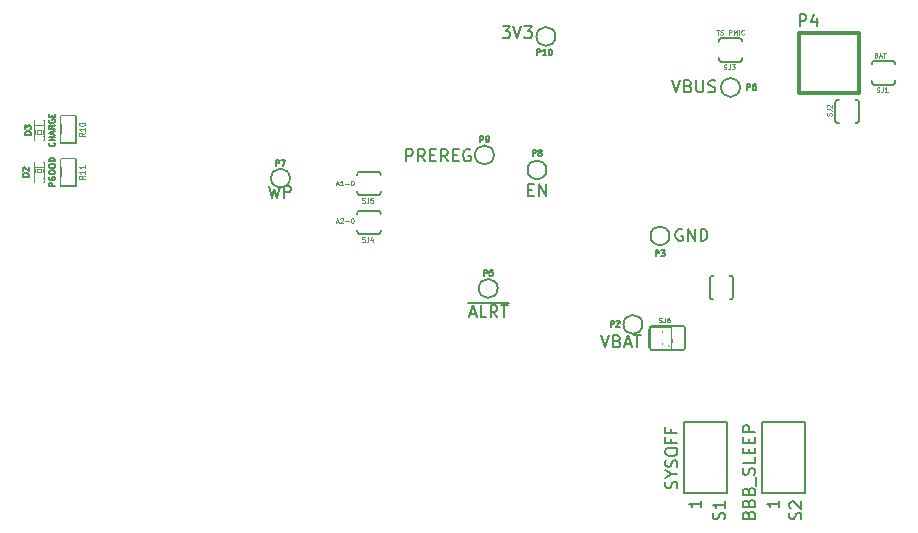
<source format=gto>
G04 (created by PCBNEW (2013-05-31 BZR 4019)-stable) date 1/30/2014 2:02:55 PM*
%MOIN*%
G04 Gerber Fmt 3.4, Leading zero omitted, Abs format*
%FSLAX34Y34*%
G01*
G70*
G90*
G04 APERTURE LIST*
%ADD10C,0.00590551*%
%ADD11C,0.008*%
%ADD12C,0.005*%
%ADD13C,0.012*%
%ADD14C,0.0026*%
%ADD15C,0.006*%
%ADD16C,0.004*%
%ADD17C,0.0035*%
%ADD18C,0.0045*%
%ADD19C,0.000175*%
%ADD20C,0.0025*%
%ADD21C,0.18*%
%ADD22R,0.065X0.065*%
%ADD23C,0.0512*%
%ADD24R,0.025X0.05*%
%ADD25R,0.05X0.025*%
%ADD26R,0.045X0.025*%
%ADD27C,0.045*%
%ADD28R,0.06X0.06*%
%ADD29C,0.06*%
%ADD30R,0.0393701X0.0354331*%
%ADD31C,0.0354*%
%ADD32R,0.0314X0.0314*%
G04 APERTURE END LIST*
G54D10*
G54D11*
X84136Y-51757D02*
X84764Y-51757D01*
X84764Y-52543D02*
X84136Y-52543D01*
X84057Y-52425D02*
G75*
G03X84135Y-52542I97J-19D01*
G74*
G01*
X84764Y-52543D02*
G75*
G03X84843Y-52425I-19J98D01*
G74*
G01*
X84842Y-51874D02*
G75*
G03X84764Y-51757I-97J19D01*
G74*
G01*
X84135Y-51756D02*
G75*
G03X84056Y-51874I19J-98D01*
G74*
G01*
X101286Y-46767D02*
X101914Y-46767D01*
X101914Y-47553D02*
X101286Y-47553D01*
X101207Y-47435D02*
G75*
G03X101285Y-47552I97J-19D01*
G74*
G01*
X101914Y-47553D02*
G75*
G03X101993Y-47435I-19J98D01*
G74*
G01*
X101992Y-46884D02*
G75*
G03X101914Y-46767I-97J19D01*
G74*
G01*
X101285Y-46766D02*
G75*
G03X101206Y-46884I19J-98D01*
G74*
G01*
X100783Y-48136D02*
X100783Y-48764D01*
X99997Y-48764D02*
X99997Y-48136D01*
X100114Y-48057D02*
G75*
G03X99997Y-48135I-19J-97D01*
G74*
G01*
X99996Y-48764D02*
G75*
G03X100114Y-48843I98J19D01*
G74*
G01*
X100665Y-48842D02*
G75*
G03X100782Y-48764I19J97D01*
G74*
G01*
X100783Y-48135D02*
G75*
G03X100665Y-48056I-98J-19D01*
G74*
G01*
X96186Y-46007D02*
X96814Y-46007D01*
X96814Y-46793D02*
X96186Y-46793D01*
X96107Y-46675D02*
G75*
G03X96185Y-46792I97J-19D01*
G74*
G01*
X96814Y-46793D02*
G75*
G03X96893Y-46675I-19J98D01*
G74*
G01*
X96892Y-46124D02*
G75*
G03X96814Y-46007I-97J19D01*
G74*
G01*
X96185Y-46006D02*
G75*
G03X96106Y-46124I19J-98D01*
G74*
G01*
G54D12*
X74175Y-49500D02*
X74175Y-48600D01*
X74175Y-48600D02*
X74675Y-48600D01*
X74675Y-48600D02*
X74675Y-49500D01*
X74675Y-49500D02*
X74175Y-49500D01*
X74675Y-50025D02*
X74675Y-50925D01*
X74675Y-50925D02*
X74175Y-50925D01*
X74175Y-50925D02*
X74175Y-50025D01*
X74175Y-50025D02*
X74675Y-50025D01*
X81816Y-50675D02*
G75*
G03X81816Y-50675I-316J0D01*
G74*
G01*
X96816Y-47650D02*
G75*
G03X96816Y-47650I-316J0D01*
G74*
G01*
X90666Y-45950D02*
G75*
G03X90666Y-45950I-316J0D01*
G74*
G01*
X90366Y-50400D02*
G75*
G03X90366Y-50400I-316J0D01*
G74*
G01*
X88616Y-49900D02*
G75*
G03X88616Y-49900I-316J0D01*
G74*
G01*
X88741Y-54350D02*
G75*
G03X88741Y-54350I-316J0D01*
G74*
G01*
X94466Y-52600D02*
G75*
G03X94466Y-52600I-316J0D01*
G74*
G01*
X93566Y-55550D02*
G75*
G03X93566Y-55550I-316J0D01*
G74*
G01*
G54D13*
X98800Y-47850D02*
X98800Y-45850D01*
X98800Y-45850D02*
X100800Y-45850D01*
X100800Y-45850D02*
X100800Y-47850D01*
X100800Y-47850D02*
X98800Y-47850D01*
G54D10*
X97562Y-61181D02*
X98979Y-61181D01*
X98979Y-61181D02*
X98979Y-58818D01*
X98979Y-58818D02*
X97562Y-58818D01*
X97562Y-58818D02*
X97562Y-61181D01*
X94962Y-61181D02*
X96379Y-61181D01*
X96379Y-61181D02*
X96379Y-58818D01*
X96379Y-58818D02*
X94962Y-58818D01*
X94962Y-58818D02*
X94962Y-61181D01*
G54D11*
X84136Y-50457D02*
X84764Y-50457D01*
X84764Y-51243D02*
X84136Y-51243D01*
X84057Y-51125D02*
G75*
G03X84135Y-51242I97J-19D01*
G74*
G01*
X84764Y-51243D02*
G75*
G03X84843Y-51125I-19J98D01*
G74*
G01*
X84842Y-50574D02*
G75*
G03X84764Y-50457I-97J19D01*
G74*
G01*
X84135Y-50456D02*
G75*
G03X84056Y-50574I19J-98D01*
G74*
G01*
G54D14*
X93830Y-56400D02*
X94510Y-56400D01*
X94510Y-56400D02*
X94510Y-55630D01*
X93830Y-55630D02*
X94510Y-55630D01*
X93830Y-56400D02*
X93830Y-55630D01*
G54D15*
X94900Y-56400D02*
X93900Y-56400D01*
X95000Y-56300D02*
X95000Y-55700D01*
X93800Y-56300D02*
X93800Y-55700D01*
X93900Y-55600D02*
X94900Y-55600D01*
G54D12*
X94475Y-55800D02*
X94000Y-55800D01*
X94000Y-55800D02*
X94000Y-56200D01*
X94000Y-56200D02*
X94475Y-56200D01*
X94475Y-56200D02*
X94475Y-55800D01*
G54D15*
X95000Y-55700D02*
G75*
G03X94900Y-55600I-100J0D01*
G74*
G01*
X93900Y-55600D02*
G75*
G03X93800Y-55700I0J-100D01*
G74*
G01*
X93800Y-56300D02*
G75*
G03X93900Y-56400I100J0D01*
G74*
G01*
X94900Y-56400D02*
G75*
G03X95000Y-56300I0J100D01*
G74*
G01*
G54D14*
X73273Y-50298D02*
X73627Y-50298D01*
X73627Y-50298D02*
X73627Y-50141D01*
X73273Y-50141D02*
X73627Y-50141D01*
X73273Y-50298D02*
X73273Y-50141D01*
X73273Y-50809D02*
X73627Y-50809D01*
X73627Y-50809D02*
X73627Y-50652D01*
X73273Y-50652D02*
X73627Y-50652D01*
X73273Y-50809D02*
X73273Y-50652D01*
X73273Y-50475D02*
X73332Y-50475D01*
X73332Y-50475D02*
X73332Y-50357D01*
X73273Y-50357D02*
X73332Y-50357D01*
X73273Y-50475D02*
X73273Y-50357D01*
X73568Y-50475D02*
X73627Y-50475D01*
X73627Y-50475D02*
X73627Y-50357D01*
X73568Y-50357D02*
X73627Y-50357D01*
X73568Y-50475D02*
X73568Y-50357D01*
X73391Y-50475D02*
X73509Y-50475D01*
X73509Y-50475D02*
X73509Y-50357D01*
X73391Y-50357D02*
X73509Y-50357D01*
X73391Y-50475D02*
X73391Y-50357D01*
G54D16*
X73293Y-50298D02*
X73293Y-50652D01*
X73607Y-50298D02*
X73607Y-50652D01*
G54D14*
X73627Y-49252D02*
X73273Y-49252D01*
X73273Y-49252D02*
X73273Y-49409D01*
X73627Y-49409D02*
X73273Y-49409D01*
X73627Y-49252D02*
X73627Y-49409D01*
X73627Y-48741D02*
X73273Y-48741D01*
X73273Y-48741D02*
X73273Y-48898D01*
X73627Y-48898D02*
X73273Y-48898D01*
X73627Y-48741D02*
X73627Y-48898D01*
X73627Y-49075D02*
X73568Y-49075D01*
X73568Y-49075D02*
X73568Y-49193D01*
X73627Y-49193D02*
X73568Y-49193D01*
X73627Y-49075D02*
X73627Y-49193D01*
X73332Y-49075D02*
X73273Y-49075D01*
X73273Y-49075D02*
X73273Y-49193D01*
X73332Y-49193D02*
X73273Y-49193D01*
X73332Y-49075D02*
X73332Y-49193D01*
X73509Y-49075D02*
X73391Y-49075D01*
X73391Y-49075D02*
X73391Y-49193D01*
X73509Y-49193D02*
X73391Y-49193D01*
X73509Y-49075D02*
X73509Y-49193D01*
G54D16*
X73607Y-49252D02*
X73607Y-48898D01*
X73293Y-49252D02*
X73293Y-48898D01*
G54D11*
X96593Y-54011D02*
X96593Y-54639D01*
X95807Y-54639D02*
X95807Y-54011D01*
X95924Y-53932D02*
G75*
G03X95807Y-54010I-19J-97D01*
G74*
G01*
X95806Y-54639D02*
G75*
G03X95924Y-54718I98J19D01*
G74*
G01*
X96475Y-54717D02*
G75*
G03X96592Y-54639I19J97D01*
G74*
G01*
X96593Y-54010D02*
G75*
G03X96475Y-53931I-98J-19D01*
G74*
G01*
G54D17*
X84225Y-52787D02*
X84248Y-52794D01*
X84286Y-52794D01*
X84301Y-52787D01*
X84308Y-52779D01*
X84316Y-52764D01*
X84316Y-52749D01*
X84308Y-52733D01*
X84301Y-52726D01*
X84286Y-52718D01*
X84255Y-52710D01*
X84240Y-52703D01*
X84232Y-52695D01*
X84225Y-52680D01*
X84225Y-52665D01*
X84232Y-52650D01*
X84240Y-52642D01*
X84255Y-52634D01*
X84293Y-52634D01*
X84316Y-52642D01*
X84430Y-52634D02*
X84430Y-52749D01*
X84423Y-52771D01*
X84408Y-52787D01*
X84385Y-52794D01*
X84369Y-52794D01*
X84575Y-52688D02*
X84575Y-52794D01*
X84537Y-52627D02*
X84499Y-52741D01*
X84598Y-52741D01*
X83360Y-52119D02*
X83436Y-52119D01*
X83345Y-52164D02*
X83398Y-52004D01*
X83451Y-52164D01*
X83497Y-52020D02*
X83505Y-52012D01*
X83520Y-52004D01*
X83558Y-52004D01*
X83573Y-52012D01*
X83581Y-52020D01*
X83589Y-52035D01*
X83589Y-52050D01*
X83581Y-52073D01*
X83490Y-52164D01*
X83589Y-52164D01*
X83657Y-52103D02*
X83779Y-52103D01*
X83886Y-52004D02*
X83901Y-52004D01*
X83916Y-52012D01*
X83924Y-52020D01*
X83931Y-52035D01*
X83939Y-52065D01*
X83939Y-52103D01*
X83931Y-52134D01*
X83924Y-52149D01*
X83916Y-52157D01*
X83901Y-52164D01*
X83886Y-52164D01*
X83870Y-52157D01*
X83863Y-52149D01*
X83855Y-52134D01*
X83848Y-52103D01*
X83848Y-52065D01*
X83855Y-52035D01*
X83863Y-52020D01*
X83870Y-52012D01*
X83886Y-52004D01*
X101375Y-47797D02*
X101398Y-47804D01*
X101436Y-47804D01*
X101451Y-47797D01*
X101458Y-47789D01*
X101466Y-47774D01*
X101466Y-47759D01*
X101458Y-47743D01*
X101451Y-47736D01*
X101436Y-47728D01*
X101405Y-47720D01*
X101390Y-47713D01*
X101382Y-47705D01*
X101375Y-47690D01*
X101375Y-47675D01*
X101382Y-47660D01*
X101390Y-47652D01*
X101405Y-47644D01*
X101443Y-47644D01*
X101466Y-47652D01*
X101580Y-47644D02*
X101580Y-47759D01*
X101573Y-47781D01*
X101558Y-47797D01*
X101535Y-47804D01*
X101519Y-47804D01*
X101740Y-47804D02*
X101649Y-47804D01*
X101695Y-47804D02*
X101695Y-47644D01*
X101679Y-47667D01*
X101664Y-47682D01*
X101649Y-47690D01*
X101359Y-46570D02*
X101382Y-46578D01*
X101390Y-46586D01*
X101398Y-46601D01*
X101398Y-46624D01*
X101390Y-46639D01*
X101382Y-46647D01*
X101367Y-46654D01*
X101306Y-46654D01*
X101306Y-46494D01*
X101359Y-46494D01*
X101375Y-46502D01*
X101382Y-46510D01*
X101390Y-46525D01*
X101390Y-46540D01*
X101382Y-46555D01*
X101375Y-46563D01*
X101359Y-46570D01*
X101306Y-46570D01*
X101458Y-46609D02*
X101535Y-46609D01*
X101443Y-46654D02*
X101497Y-46494D01*
X101550Y-46654D01*
X101580Y-46494D02*
X101672Y-46494D01*
X101626Y-46654D02*
X101626Y-46494D01*
X99867Y-48590D02*
X99874Y-48568D01*
X99874Y-48529D01*
X99867Y-48514D01*
X99859Y-48507D01*
X99844Y-48499D01*
X99829Y-48499D01*
X99813Y-48507D01*
X99806Y-48514D01*
X99798Y-48529D01*
X99790Y-48560D01*
X99783Y-48575D01*
X99775Y-48583D01*
X99760Y-48590D01*
X99745Y-48590D01*
X99730Y-48583D01*
X99722Y-48575D01*
X99714Y-48560D01*
X99714Y-48522D01*
X99722Y-48499D01*
X99714Y-48385D02*
X99829Y-48385D01*
X99851Y-48392D01*
X99867Y-48408D01*
X99874Y-48430D01*
X99874Y-48446D01*
X99730Y-48316D02*
X99722Y-48308D01*
X99714Y-48293D01*
X99714Y-48255D01*
X99722Y-48240D01*
X99730Y-48232D01*
X99745Y-48225D01*
X99760Y-48225D01*
X99783Y-48232D01*
X99874Y-48324D01*
X99874Y-48225D01*
X96275Y-47037D02*
X96298Y-47044D01*
X96336Y-47044D01*
X96351Y-47037D01*
X96358Y-47029D01*
X96366Y-47014D01*
X96366Y-46999D01*
X96358Y-46983D01*
X96351Y-46976D01*
X96336Y-46968D01*
X96305Y-46960D01*
X96290Y-46953D01*
X96282Y-46945D01*
X96275Y-46930D01*
X96275Y-46915D01*
X96282Y-46900D01*
X96290Y-46892D01*
X96305Y-46884D01*
X96343Y-46884D01*
X96366Y-46892D01*
X96480Y-46884D02*
X96480Y-46999D01*
X96473Y-47021D01*
X96458Y-47037D01*
X96435Y-47044D01*
X96419Y-47044D01*
X96541Y-46884D02*
X96640Y-46884D01*
X96587Y-46945D01*
X96610Y-46945D01*
X96625Y-46953D01*
X96633Y-46960D01*
X96640Y-46976D01*
X96640Y-47014D01*
X96633Y-47029D01*
X96625Y-47037D01*
X96610Y-47044D01*
X96564Y-47044D01*
X96549Y-47037D01*
X96541Y-47029D01*
X96027Y-45729D02*
X96119Y-45729D01*
X96073Y-45889D02*
X96073Y-45729D01*
X96164Y-45882D02*
X96187Y-45889D01*
X96225Y-45889D01*
X96240Y-45882D01*
X96248Y-45874D01*
X96256Y-45859D01*
X96256Y-45844D01*
X96248Y-45828D01*
X96240Y-45821D01*
X96225Y-45813D01*
X96195Y-45805D01*
X96180Y-45798D01*
X96172Y-45790D01*
X96164Y-45775D01*
X96164Y-45760D01*
X96172Y-45745D01*
X96180Y-45737D01*
X96195Y-45729D01*
X96233Y-45729D01*
X96256Y-45737D01*
X96446Y-45889D02*
X96446Y-45729D01*
X96507Y-45729D01*
X96522Y-45737D01*
X96530Y-45745D01*
X96538Y-45760D01*
X96538Y-45783D01*
X96530Y-45798D01*
X96522Y-45805D01*
X96507Y-45813D01*
X96446Y-45813D01*
X96606Y-45889D02*
X96606Y-45729D01*
X96660Y-45844D01*
X96713Y-45729D01*
X96713Y-45889D01*
X96789Y-45889D02*
X96789Y-45729D01*
X96957Y-45874D02*
X96949Y-45882D01*
X96926Y-45889D01*
X96911Y-45889D01*
X96888Y-45882D01*
X96873Y-45866D01*
X96865Y-45851D01*
X96858Y-45821D01*
X96858Y-45798D01*
X96865Y-45767D01*
X96873Y-45752D01*
X96888Y-45737D01*
X96911Y-45729D01*
X96926Y-45729D01*
X96949Y-45737D01*
X96957Y-45745D01*
G54D18*
X74980Y-49165D02*
X74885Y-49225D01*
X74980Y-49268D02*
X74780Y-49268D01*
X74780Y-49200D01*
X74790Y-49182D01*
X74800Y-49174D01*
X74819Y-49165D01*
X74847Y-49165D01*
X74866Y-49174D01*
X74876Y-49182D01*
X74885Y-49200D01*
X74885Y-49268D01*
X74980Y-48994D02*
X74980Y-49097D01*
X74980Y-49045D02*
X74780Y-49045D01*
X74809Y-49062D01*
X74828Y-49080D01*
X74838Y-49097D01*
X74780Y-48882D02*
X74780Y-48865D01*
X74790Y-48848D01*
X74800Y-48840D01*
X74819Y-48831D01*
X74857Y-48822D01*
X74904Y-48822D01*
X74942Y-48831D01*
X74961Y-48840D01*
X74971Y-48848D01*
X74980Y-48865D01*
X74980Y-48882D01*
X74971Y-48900D01*
X74961Y-48908D01*
X74942Y-48917D01*
X74904Y-48925D01*
X74857Y-48925D01*
X74819Y-48917D01*
X74800Y-48908D01*
X74790Y-48900D01*
X74780Y-48882D01*
X74980Y-50590D02*
X74885Y-50650D01*
X74980Y-50693D02*
X74780Y-50693D01*
X74780Y-50625D01*
X74790Y-50607D01*
X74800Y-50599D01*
X74819Y-50590D01*
X74847Y-50590D01*
X74866Y-50599D01*
X74876Y-50607D01*
X74885Y-50625D01*
X74885Y-50693D01*
X74980Y-50419D02*
X74980Y-50522D01*
X74980Y-50470D02*
X74780Y-50470D01*
X74809Y-50487D01*
X74828Y-50505D01*
X74838Y-50522D01*
X74980Y-50247D02*
X74980Y-50350D01*
X74980Y-50299D02*
X74780Y-50299D01*
X74809Y-50316D01*
X74828Y-50333D01*
X74838Y-50350D01*
G54D12*
X81352Y-50256D02*
X81352Y-50056D01*
X81428Y-50056D01*
X81447Y-50066D01*
X81457Y-50076D01*
X81466Y-50095D01*
X81466Y-50123D01*
X81457Y-50142D01*
X81447Y-50152D01*
X81428Y-50161D01*
X81352Y-50161D01*
X81533Y-50056D02*
X81666Y-50056D01*
X81580Y-50256D01*
X81128Y-50936D02*
X81223Y-51336D01*
X81300Y-51051D01*
X81376Y-51336D01*
X81471Y-50936D01*
X81623Y-51336D02*
X81623Y-50936D01*
X81776Y-50936D01*
X81814Y-50955D01*
X81833Y-50975D01*
X81852Y-51013D01*
X81852Y-51070D01*
X81833Y-51108D01*
X81814Y-51127D01*
X81776Y-51146D01*
X81623Y-51146D01*
X97052Y-47730D02*
X97052Y-47530D01*
X97128Y-47530D01*
X97147Y-47540D01*
X97157Y-47550D01*
X97166Y-47569D01*
X97166Y-47597D01*
X97157Y-47616D01*
X97147Y-47626D01*
X97128Y-47635D01*
X97052Y-47635D01*
X97338Y-47530D02*
X97300Y-47530D01*
X97280Y-47540D01*
X97271Y-47550D01*
X97252Y-47578D01*
X97242Y-47616D01*
X97242Y-47692D01*
X97252Y-47711D01*
X97261Y-47721D01*
X97280Y-47730D01*
X97319Y-47730D01*
X97338Y-47721D01*
X97347Y-47711D01*
X97357Y-47692D01*
X97357Y-47645D01*
X97347Y-47626D01*
X97338Y-47616D01*
X97319Y-47607D01*
X97280Y-47607D01*
X97261Y-47616D01*
X97252Y-47626D01*
X97242Y-47645D01*
X94566Y-47411D02*
X94700Y-47811D01*
X94833Y-47411D01*
X95100Y-47602D02*
X95157Y-47621D01*
X95176Y-47640D01*
X95195Y-47678D01*
X95195Y-47735D01*
X95176Y-47773D01*
X95157Y-47792D01*
X95119Y-47811D01*
X94966Y-47811D01*
X94966Y-47411D01*
X95100Y-47411D01*
X95138Y-47430D01*
X95157Y-47450D01*
X95176Y-47488D01*
X95176Y-47526D01*
X95157Y-47564D01*
X95138Y-47583D01*
X95100Y-47602D01*
X94966Y-47602D01*
X95366Y-47411D02*
X95366Y-47735D01*
X95385Y-47773D01*
X95404Y-47792D01*
X95442Y-47811D01*
X95519Y-47811D01*
X95557Y-47792D01*
X95576Y-47773D01*
X95595Y-47735D01*
X95595Y-47411D01*
X95766Y-47792D02*
X95823Y-47811D01*
X95919Y-47811D01*
X95957Y-47792D01*
X95976Y-47773D01*
X95995Y-47735D01*
X95995Y-47697D01*
X95976Y-47659D01*
X95957Y-47640D01*
X95919Y-47621D01*
X95842Y-47602D01*
X95804Y-47583D01*
X95785Y-47564D01*
X95766Y-47526D01*
X95766Y-47488D01*
X95785Y-47450D01*
X95804Y-47430D01*
X95842Y-47411D01*
X95938Y-47411D01*
X95995Y-47430D01*
X90057Y-46580D02*
X90057Y-46380D01*
X90133Y-46380D01*
X90152Y-46390D01*
X90161Y-46400D01*
X90171Y-46419D01*
X90171Y-46447D01*
X90161Y-46466D01*
X90152Y-46476D01*
X90133Y-46485D01*
X90057Y-46485D01*
X90361Y-46580D02*
X90247Y-46580D01*
X90304Y-46580D02*
X90304Y-46380D01*
X90285Y-46409D01*
X90266Y-46428D01*
X90247Y-46438D01*
X90485Y-46380D02*
X90504Y-46380D01*
X90523Y-46390D01*
X90533Y-46400D01*
X90542Y-46419D01*
X90552Y-46457D01*
X90552Y-46504D01*
X90542Y-46542D01*
X90533Y-46561D01*
X90523Y-46571D01*
X90504Y-46580D01*
X90485Y-46580D01*
X90466Y-46571D01*
X90457Y-46561D01*
X90447Y-46542D01*
X90438Y-46504D01*
X90438Y-46457D01*
X90447Y-46419D01*
X90457Y-46400D01*
X90466Y-46390D01*
X90485Y-46380D01*
X88904Y-45611D02*
X89152Y-45611D01*
X89019Y-45764D01*
X89076Y-45764D01*
X89114Y-45783D01*
X89133Y-45802D01*
X89152Y-45840D01*
X89152Y-45935D01*
X89133Y-45973D01*
X89114Y-45992D01*
X89076Y-46011D01*
X88961Y-46011D01*
X88923Y-45992D01*
X88904Y-45973D01*
X89266Y-45611D02*
X89400Y-46011D01*
X89533Y-45611D01*
X89628Y-45611D02*
X89876Y-45611D01*
X89742Y-45764D01*
X89800Y-45764D01*
X89838Y-45783D01*
X89857Y-45802D01*
X89876Y-45840D01*
X89876Y-45935D01*
X89857Y-45973D01*
X89838Y-45992D01*
X89800Y-46011D01*
X89685Y-46011D01*
X89647Y-45992D01*
X89628Y-45973D01*
X89902Y-49930D02*
X89902Y-49730D01*
X89978Y-49730D01*
X89997Y-49740D01*
X90007Y-49750D01*
X90016Y-49769D01*
X90016Y-49797D01*
X90007Y-49816D01*
X89997Y-49826D01*
X89978Y-49835D01*
X89902Y-49835D01*
X90130Y-49816D02*
X90111Y-49807D01*
X90102Y-49797D01*
X90092Y-49778D01*
X90092Y-49769D01*
X90102Y-49750D01*
X90111Y-49740D01*
X90130Y-49730D01*
X90169Y-49730D01*
X90188Y-49740D01*
X90197Y-49750D01*
X90207Y-49769D01*
X90207Y-49778D01*
X90197Y-49797D01*
X90188Y-49807D01*
X90169Y-49816D01*
X90130Y-49816D01*
X90111Y-49826D01*
X90102Y-49835D01*
X90092Y-49854D01*
X90092Y-49892D01*
X90102Y-49911D01*
X90111Y-49921D01*
X90130Y-49930D01*
X90169Y-49930D01*
X90188Y-49921D01*
X90197Y-49911D01*
X90207Y-49892D01*
X90207Y-49854D01*
X90197Y-49835D01*
X90188Y-49826D01*
X90169Y-49816D01*
X89754Y-51052D02*
X89888Y-51052D01*
X89945Y-51261D02*
X89754Y-51261D01*
X89754Y-50861D01*
X89945Y-50861D01*
X90116Y-51261D02*
X90116Y-50861D01*
X90345Y-51261D01*
X90345Y-50861D01*
X88152Y-49481D02*
X88152Y-49281D01*
X88228Y-49281D01*
X88247Y-49291D01*
X88257Y-49301D01*
X88266Y-49320D01*
X88266Y-49348D01*
X88257Y-49367D01*
X88247Y-49377D01*
X88228Y-49386D01*
X88152Y-49386D01*
X88361Y-49481D02*
X88400Y-49481D01*
X88419Y-49472D01*
X88428Y-49462D01*
X88447Y-49434D01*
X88457Y-49396D01*
X88457Y-49320D01*
X88447Y-49301D01*
X88438Y-49291D01*
X88419Y-49281D01*
X88380Y-49281D01*
X88361Y-49291D01*
X88352Y-49301D01*
X88342Y-49320D01*
X88342Y-49367D01*
X88352Y-49386D01*
X88361Y-49396D01*
X88380Y-49405D01*
X88419Y-49405D01*
X88438Y-49396D01*
X88447Y-49386D01*
X88457Y-49367D01*
X85683Y-50111D02*
X85683Y-49711D01*
X85835Y-49711D01*
X85873Y-49730D01*
X85892Y-49750D01*
X85911Y-49788D01*
X85911Y-49845D01*
X85892Y-49883D01*
X85873Y-49902D01*
X85835Y-49921D01*
X85683Y-49921D01*
X86311Y-50111D02*
X86178Y-49921D01*
X86083Y-50111D02*
X86083Y-49711D01*
X86235Y-49711D01*
X86273Y-49730D01*
X86292Y-49750D01*
X86311Y-49788D01*
X86311Y-49845D01*
X86292Y-49883D01*
X86273Y-49902D01*
X86235Y-49921D01*
X86083Y-49921D01*
X86483Y-49902D02*
X86616Y-49902D01*
X86673Y-50111D02*
X86483Y-50111D01*
X86483Y-49711D01*
X86673Y-49711D01*
X87073Y-50111D02*
X86940Y-49921D01*
X86845Y-50111D02*
X86845Y-49711D01*
X86997Y-49711D01*
X87035Y-49730D01*
X87054Y-49750D01*
X87073Y-49788D01*
X87073Y-49845D01*
X87054Y-49883D01*
X87035Y-49902D01*
X86997Y-49921D01*
X86845Y-49921D01*
X87245Y-49902D02*
X87378Y-49902D01*
X87435Y-50111D02*
X87245Y-50111D01*
X87245Y-49711D01*
X87435Y-49711D01*
X87816Y-49730D02*
X87778Y-49711D01*
X87721Y-49711D01*
X87664Y-49730D01*
X87626Y-49769D01*
X87607Y-49807D01*
X87588Y-49883D01*
X87588Y-49940D01*
X87607Y-50016D01*
X87626Y-50054D01*
X87664Y-50092D01*
X87721Y-50111D01*
X87759Y-50111D01*
X87816Y-50092D01*
X87835Y-50073D01*
X87835Y-49940D01*
X87759Y-49940D01*
X88277Y-53931D02*
X88277Y-53731D01*
X88353Y-53731D01*
X88372Y-53741D01*
X88382Y-53751D01*
X88391Y-53770D01*
X88391Y-53798D01*
X88382Y-53817D01*
X88372Y-53827D01*
X88353Y-53836D01*
X88277Y-53836D01*
X88572Y-53731D02*
X88477Y-53731D01*
X88467Y-53827D01*
X88477Y-53817D01*
X88496Y-53808D01*
X88544Y-53808D01*
X88563Y-53817D01*
X88572Y-53827D01*
X88582Y-53846D01*
X88582Y-53893D01*
X88572Y-53912D01*
X88563Y-53922D01*
X88544Y-53931D01*
X88496Y-53931D01*
X88477Y-53922D01*
X88467Y-53912D01*
X87815Y-55197D02*
X88005Y-55197D01*
X87777Y-55311D02*
X87910Y-54911D01*
X88044Y-55311D01*
X88367Y-55311D02*
X88177Y-55311D01*
X88177Y-54911D01*
X88729Y-55311D02*
X88596Y-55121D01*
X88501Y-55311D02*
X88501Y-54911D01*
X88653Y-54911D01*
X88691Y-54930D01*
X88710Y-54950D01*
X88729Y-54988D01*
X88729Y-55045D01*
X88710Y-55083D01*
X88691Y-55102D01*
X88653Y-55121D01*
X88501Y-55121D01*
X88844Y-54911D02*
X89072Y-54911D01*
X88958Y-55311D02*
X88958Y-54911D01*
X87739Y-54835D02*
X89110Y-54835D01*
X94002Y-53280D02*
X94002Y-53080D01*
X94078Y-53080D01*
X94097Y-53090D01*
X94107Y-53100D01*
X94116Y-53119D01*
X94116Y-53147D01*
X94107Y-53166D01*
X94097Y-53176D01*
X94078Y-53185D01*
X94002Y-53185D01*
X94183Y-53080D02*
X94307Y-53080D01*
X94240Y-53157D01*
X94269Y-53157D01*
X94288Y-53166D01*
X94297Y-53176D01*
X94307Y-53195D01*
X94307Y-53242D01*
X94297Y-53261D01*
X94288Y-53271D01*
X94269Y-53280D01*
X94211Y-53280D01*
X94192Y-53271D01*
X94183Y-53261D01*
X94895Y-52380D02*
X94857Y-52361D01*
X94800Y-52361D01*
X94742Y-52380D01*
X94704Y-52419D01*
X94685Y-52457D01*
X94666Y-52533D01*
X94666Y-52590D01*
X94685Y-52666D01*
X94704Y-52704D01*
X94742Y-52742D01*
X94800Y-52761D01*
X94838Y-52761D01*
X94895Y-52742D01*
X94914Y-52723D01*
X94914Y-52590D01*
X94838Y-52590D01*
X95085Y-52761D02*
X95085Y-52361D01*
X95314Y-52761D01*
X95314Y-52361D01*
X95504Y-52761D02*
X95504Y-52361D01*
X95600Y-52361D01*
X95657Y-52380D01*
X95695Y-52419D01*
X95714Y-52457D01*
X95733Y-52533D01*
X95733Y-52590D01*
X95714Y-52666D01*
X95695Y-52704D01*
X95657Y-52742D01*
X95600Y-52761D01*
X95504Y-52761D01*
X92502Y-55630D02*
X92502Y-55430D01*
X92578Y-55430D01*
X92597Y-55440D01*
X92607Y-55450D01*
X92616Y-55469D01*
X92616Y-55497D01*
X92607Y-55516D01*
X92597Y-55526D01*
X92578Y-55535D01*
X92502Y-55535D01*
X92692Y-55450D02*
X92702Y-55440D01*
X92721Y-55430D01*
X92769Y-55430D01*
X92788Y-55440D01*
X92797Y-55450D01*
X92807Y-55469D01*
X92807Y-55488D01*
X92797Y-55516D01*
X92683Y-55630D01*
X92807Y-55630D01*
X92192Y-55911D02*
X92326Y-56311D01*
X92459Y-55911D01*
X92726Y-56102D02*
X92783Y-56121D01*
X92802Y-56140D01*
X92821Y-56178D01*
X92821Y-56235D01*
X92802Y-56273D01*
X92783Y-56292D01*
X92745Y-56311D01*
X92592Y-56311D01*
X92592Y-55911D01*
X92726Y-55911D01*
X92764Y-55930D01*
X92783Y-55950D01*
X92802Y-55988D01*
X92802Y-56026D01*
X92783Y-56064D01*
X92764Y-56083D01*
X92726Y-56102D01*
X92592Y-56102D01*
X92973Y-56197D02*
X93164Y-56197D01*
X92935Y-56311D02*
X93069Y-55911D01*
X93202Y-56311D01*
X93278Y-55911D02*
X93507Y-55911D01*
X93392Y-56311D02*
X93392Y-55911D01*
G54D11*
X98804Y-45611D02*
X98804Y-45211D01*
X98957Y-45211D01*
X98995Y-45230D01*
X99014Y-45250D01*
X99033Y-45288D01*
X99033Y-45345D01*
X99014Y-45383D01*
X98995Y-45402D01*
X98957Y-45421D01*
X98804Y-45421D01*
X99376Y-45345D02*
X99376Y-45611D01*
X99280Y-45192D02*
X99185Y-45478D01*
X99433Y-45478D01*
G54D10*
X98840Y-62049D02*
X98859Y-61993D01*
X98859Y-61899D01*
X98840Y-61862D01*
X98821Y-61843D01*
X98784Y-61824D01*
X98746Y-61824D01*
X98709Y-61843D01*
X98690Y-61862D01*
X98671Y-61899D01*
X98653Y-61974D01*
X98634Y-62012D01*
X98615Y-62031D01*
X98578Y-62049D01*
X98540Y-62049D01*
X98503Y-62031D01*
X98484Y-62012D01*
X98465Y-61974D01*
X98465Y-61881D01*
X98484Y-61824D01*
X98503Y-61675D02*
X98484Y-61656D01*
X98465Y-61618D01*
X98465Y-61525D01*
X98484Y-61487D01*
X98503Y-61468D01*
X98540Y-61450D01*
X98578Y-61450D01*
X98634Y-61468D01*
X98859Y-61693D01*
X98859Y-61450D01*
X97103Y-61890D02*
X97121Y-61834D01*
X97140Y-61815D01*
X97178Y-61796D01*
X97234Y-61796D01*
X97271Y-61815D01*
X97290Y-61834D01*
X97309Y-61871D01*
X97309Y-62021D01*
X96915Y-62021D01*
X96915Y-61890D01*
X96934Y-61852D01*
X96953Y-61834D01*
X96990Y-61815D01*
X97028Y-61815D01*
X97065Y-61834D01*
X97084Y-61852D01*
X97103Y-61890D01*
X97103Y-62021D01*
X97103Y-61496D02*
X97121Y-61440D01*
X97140Y-61421D01*
X97178Y-61403D01*
X97234Y-61403D01*
X97271Y-61421D01*
X97290Y-61440D01*
X97309Y-61477D01*
X97309Y-61627D01*
X96915Y-61627D01*
X96915Y-61496D01*
X96934Y-61459D01*
X96953Y-61440D01*
X96990Y-61421D01*
X97028Y-61421D01*
X97065Y-61440D01*
X97084Y-61459D01*
X97103Y-61496D01*
X97103Y-61627D01*
X97103Y-61103D02*
X97121Y-61046D01*
X97140Y-61028D01*
X97178Y-61009D01*
X97234Y-61009D01*
X97271Y-61028D01*
X97290Y-61046D01*
X97309Y-61084D01*
X97309Y-61234D01*
X96915Y-61234D01*
X96915Y-61103D01*
X96934Y-61065D01*
X96953Y-61046D01*
X96990Y-61028D01*
X97028Y-61028D01*
X97065Y-61046D01*
X97084Y-61065D01*
X97103Y-61103D01*
X97103Y-61234D01*
X97346Y-60934D02*
X97346Y-60634D01*
X97290Y-60559D02*
X97309Y-60503D01*
X97309Y-60409D01*
X97290Y-60371D01*
X97271Y-60353D01*
X97234Y-60334D01*
X97196Y-60334D01*
X97159Y-60353D01*
X97140Y-60371D01*
X97121Y-60409D01*
X97103Y-60484D01*
X97084Y-60521D01*
X97065Y-60540D01*
X97028Y-60559D01*
X96990Y-60559D01*
X96953Y-60540D01*
X96934Y-60521D01*
X96915Y-60484D01*
X96915Y-60390D01*
X96934Y-60334D01*
X97309Y-59978D02*
X97309Y-60165D01*
X96915Y-60165D01*
X97103Y-59846D02*
X97103Y-59715D01*
X97309Y-59659D02*
X97309Y-59846D01*
X96915Y-59846D01*
X96915Y-59659D01*
X97103Y-59490D02*
X97103Y-59359D01*
X97309Y-59303D02*
X97309Y-59490D01*
X96915Y-59490D01*
X96915Y-59303D01*
X97309Y-59134D02*
X96915Y-59134D01*
X96915Y-58984D01*
X96934Y-58947D01*
X96953Y-58928D01*
X96990Y-58909D01*
X97046Y-58909D01*
X97084Y-58928D01*
X97103Y-58947D01*
X97121Y-58984D01*
X97121Y-59134D01*
X98115Y-61422D02*
X98115Y-61647D01*
X98115Y-61535D02*
X97721Y-61535D01*
X97778Y-61572D01*
X97815Y-61610D01*
X97834Y-61647D01*
X96290Y-62049D02*
X96309Y-61993D01*
X96309Y-61899D01*
X96290Y-61862D01*
X96271Y-61843D01*
X96234Y-61824D01*
X96196Y-61824D01*
X96159Y-61843D01*
X96140Y-61862D01*
X96121Y-61899D01*
X96103Y-61974D01*
X96084Y-62012D01*
X96065Y-62031D01*
X96028Y-62049D01*
X95990Y-62049D01*
X95953Y-62031D01*
X95934Y-62012D01*
X95915Y-61974D01*
X95915Y-61881D01*
X95934Y-61824D01*
X96309Y-61450D02*
X96309Y-61675D01*
X96309Y-61562D02*
X95915Y-61562D01*
X95971Y-61600D01*
X96009Y-61637D01*
X96028Y-61675D01*
X94709Y-61012D02*
X94728Y-60956D01*
X94728Y-60862D01*
X94709Y-60824D01*
X94690Y-60806D01*
X94653Y-60787D01*
X94615Y-60787D01*
X94578Y-60806D01*
X94559Y-60824D01*
X94540Y-60862D01*
X94522Y-60937D01*
X94503Y-60974D01*
X94484Y-60993D01*
X94447Y-61012D01*
X94409Y-61012D01*
X94372Y-60993D01*
X94353Y-60974D01*
X94334Y-60937D01*
X94334Y-60843D01*
X94353Y-60787D01*
X94540Y-60543D02*
X94728Y-60543D01*
X94334Y-60674D02*
X94540Y-60543D01*
X94334Y-60412D01*
X94709Y-60299D02*
X94728Y-60243D01*
X94728Y-60149D01*
X94709Y-60112D01*
X94690Y-60093D01*
X94653Y-60074D01*
X94615Y-60074D01*
X94578Y-60093D01*
X94559Y-60112D01*
X94540Y-60149D01*
X94522Y-60224D01*
X94503Y-60262D01*
X94484Y-60281D01*
X94447Y-60299D01*
X94409Y-60299D01*
X94372Y-60281D01*
X94353Y-60262D01*
X94334Y-60224D01*
X94334Y-60131D01*
X94353Y-60074D01*
X94334Y-59831D02*
X94334Y-59756D01*
X94353Y-59718D01*
X94390Y-59681D01*
X94465Y-59662D01*
X94597Y-59662D01*
X94672Y-59681D01*
X94709Y-59718D01*
X94728Y-59756D01*
X94728Y-59831D01*
X94709Y-59868D01*
X94672Y-59906D01*
X94597Y-59925D01*
X94465Y-59925D01*
X94390Y-59906D01*
X94353Y-59868D01*
X94334Y-59831D01*
X94522Y-59362D02*
X94522Y-59493D01*
X94728Y-59493D02*
X94334Y-59493D01*
X94334Y-59306D01*
X94522Y-59025D02*
X94522Y-59156D01*
X94728Y-59156D02*
X94334Y-59156D01*
X94334Y-58968D01*
X95515Y-61422D02*
X95515Y-61647D01*
X95515Y-61535D02*
X95121Y-61535D01*
X95178Y-61572D01*
X95215Y-61610D01*
X95234Y-61647D01*
G54D17*
X84225Y-51487D02*
X84248Y-51494D01*
X84286Y-51494D01*
X84301Y-51487D01*
X84308Y-51479D01*
X84316Y-51464D01*
X84316Y-51449D01*
X84308Y-51433D01*
X84301Y-51426D01*
X84286Y-51418D01*
X84255Y-51410D01*
X84240Y-51403D01*
X84232Y-51395D01*
X84225Y-51380D01*
X84225Y-51365D01*
X84232Y-51350D01*
X84240Y-51342D01*
X84255Y-51334D01*
X84293Y-51334D01*
X84316Y-51342D01*
X84430Y-51334D02*
X84430Y-51449D01*
X84423Y-51471D01*
X84408Y-51487D01*
X84385Y-51494D01*
X84369Y-51494D01*
X84583Y-51334D02*
X84507Y-51334D01*
X84499Y-51410D01*
X84507Y-51403D01*
X84522Y-51395D01*
X84560Y-51395D01*
X84575Y-51403D01*
X84583Y-51410D01*
X84590Y-51426D01*
X84590Y-51464D01*
X84583Y-51479D01*
X84575Y-51487D01*
X84560Y-51494D01*
X84522Y-51494D01*
X84507Y-51487D01*
X84499Y-51479D01*
X83360Y-50869D02*
X83436Y-50869D01*
X83345Y-50914D02*
X83398Y-50754D01*
X83451Y-50914D01*
X83589Y-50914D02*
X83497Y-50914D01*
X83543Y-50914D02*
X83543Y-50754D01*
X83528Y-50777D01*
X83512Y-50792D01*
X83497Y-50800D01*
X83657Y-50853D02*
X83779Y-50853D01*
X83886Y-50754D02*
X83901Y-50754D01*
X83916Y-50762D01*
X83924Y-50770D01*
X83931Y-50785D01*
X83939Y-50815D01*
X83939Y-50853D01*
X83931Y-50884D01*
X83924Y-50899D01*
X83916Y-50907D01*
X83901Y-50914D01*
X83886Y-50914D01*
X83870Y-50907D01*
X83863Y-50899D01*
X83855Y-50884D01*
X83848Y-50853D01*
X83848Y-50815D01*
X83855Y-50785D01*
X83863Y-50770D01*
X83870Y-50762D01*
X83886Y-50754D01*
X94117Y-55477D02*
X94140Y-55484D01*
X94178Y-55484D01*
X94193Y-55477D01*
X94200Y-55469D01*
X94208Y-55454D01*
X94208Y-55439D01*
X94200Y-55423D01*
X94193Y-55416D01*
X94178Y-55408D01*
X94147Y-55400D01*
X94132Y-55393D01*
X94124Y-55385D01*
X94117Y-55370D01*
X94117Y-55355D01*
X94124Y-55340D01*
X94132Y-55332D01*
X94147Y-55324D01*
X94185Y-55324D01*
X94208Y-55332D01*
X94322Y-55324D02*
X94322Y-55439D01*
X94315Y-55461D01*
X94300Y-55477D01*
X94277Y-55484D01*
X94261Y-55484D01*
X94467Y-55324D02*
X94437Y-55324D01*
X94421Y-55332D01*
X94414Y-55340D01*
X94399Y-55362D01*
X94391Y-55393D01*
X94391Y-55454D01*
X94399Y-55469D01*
X94406Y-55477D01*
X94421Y-55484D01*
X94452Y-55484D01*
X94467Y-55477D01*
X94475Y-55469D01*
X94482Y-55454D01*
X94482Y-55416D01*
X94475Y-55400D01*
X94467Y-55393D01*
X94452Y-55385D01*
X94421Y-55385D01*
X94406Y-55393D01*
X94399Y-55400D01*
X94391Y-55416D01*
G54D19*
X94359Y-55999D02*
X94355Y-55999D01*
X94355Y-55992D01*
X94362Y-55992D02*
X94364Y-55992D01*
X94364Y-55993D01*
X94365Y-55993D01*
X94365Y-55995D01*
X94365Y-55997D01*
X94365Y-55998D01*
X94364Y-55999D01*
X94364Y-55999D01*
X94362Y-55999D01*
X94362Y-55999D01*
X94361Y-55998D01*
X94361Y-55997D01*
X94361Y-55995D01*
X94361Y-55993D01*
X94362Y-55993D01*
X94362Y-55992D01*
X94368Y-55992D02*
X94369Y-55999D01*
X94371Y-55994D01*
X94372Y-55999D01*
X94374Y-55992D01*
X94379Y-55996D02*
X94380Y-55996D01*
X94380Y-55996D01*
X94380Y-55997D01*
X94380Y-55998D01*
X94380Y-55999D01*
X94380Y-55999D01*
X94379Y-55999D01*
X94376Y-55999D01*
X94376Y-55992D01*
X94379Y-55992D01*
X94379Y-55993D01*
X94380Y-55993D01*
X94380Y-55994D01*
X94380Y-55994D01*
X94380Y-55995D01*
X94379Y-55995D01*
X94379Y-55996D01*
X94376Y-55996D01*
X94383Y-55997D02*
X94386Y-55997D01*
X94382Y-55999D02*
X94385Y-55992D01*
X94387Y-55999D01*
X94388Y-55992D02*
X94392Y-55992D01*
X94390Y-55999D02*
X94390Y-55992D01*
X94393Y-56000D02*
X94398Y-56000D01*
X94400Y-55999D02*
X94400Y-55992D01*
X94402Y-55992D01*
X94403Y-55993D01*
X94403Y-55993D01*
X94404Y-55994D01*
X94404Y-55995D01*
X94404Y-55996D01*
X94404Y-55998D01*
X94403Y-55998D01*
X94403Y-55999D01*
X94402Y-55999D01*
X94400Y-55999D01*
X94407Y-55999D02*
X94407Y-55992D01*
X94410Y-55999D02*
X94411Y-55999D01*
X94413Y-55999D01*
X94413Y-55999D01*
X94414Y-55999D01*
X94414Y-55998D01*
X94414Y-55997D01*
X94414Y-55997D01*
X94413Y-55996D01*
X94413Y-55996D01*
X94411Y-55996D01*
X94411Y-55995D01*
X94410Y-55995D01*
X94410Y-55994D01*
X94410Y-55994D01*
X94410Y-55993D01*
X94411Y-55993D01*
X94411Y-55992D01*
X94413Y-55992D01*
X94414Y-55993D01*
G54D17*
G54D20*
X94452Y-56254D02*
X94388Y-56177D01*
X94417Y-56153D01*
X94428Y-56150D01*
X94434Y-56151D01*
X94444Y-56155D01*
X94453Y-56166D01*
X94456Y-56177D01*
X94455Y-56183D01*
X94451Y-56193D01*
X94422Y-56218D01*
X94507Y-56171D02*
X94543Y-56140D01*
X94518Y-56199D02*
X94479Y-56101D01*
X94569Y-56156D01*
X94588Y-56134D02*
X94602Y-56129D01*
X94620Y-56113D01*
X94624Y-56103D01*
X94625Y-56097D01*
X94622Y-56086D01*
X94616Y-56079D01*
X94607Y-56075D01*
X94600Y-56074D01*
X94590Y-56077D01*
X94572Y-56085D01*
X94561Y-56088D01*
X94555Y-56087D01*
X94545Y-56083D01*
X94539Y-56076D01*
X94536Y-56065D01*
X94537Y-56059D01*
X94541Y-56049D01*
X94559Y-56034D01*
X94573Y-56028D01*
X94592Y-56006D02*
X94636Y-55969D01*
X94678Y-56064D02*
X94614Y-55988D01*
X94692Y-55984D02*
X94718Y-55963D01*
X94762Y-55994D02*
X94726Y-56024D01*
X94662Y-55948D01*
X94698Y-55917D01*
G54D17*
G54D12*
X73105Y-50622D02*
X72905Y-50622D01*
X72905Y-50575D01*
X72915Y-50546D01*
X72934Y-50527D01*
X72953Y-50517D01*
X72991Y-50508D01*
X73020Y-50508D01*
X73058Y-50517D01*
X73077Y-50527D01*
X73096Y-50546D01*
X73105Y-50575D01*
X73105Y-50622D01*
X72925Y-50432D02*
X72915Y-50422D01*
X72905Y-50403D01*
X72905Y-50355D01*
X72915Y-50336D01*
X72925Y-50327D01*
X72944Y-50317D01*
X72963Y-50317D01*
X72991Y-50327D01*
X73105Y-50441D01*
X73105Y-50317D01*
X73980Y-50936D02*
X73780Y-50936D01*
X73780Y-50860D01*
X73790Y-50841D01*
X73800Y-50832D01*
X73819Y-50822D01*
X73847Y-50822D01*
X73866Y-50832D01*
X73876Y-50841D01*
X73885Y-50860D01*
X73885Y-50936D01*
X73790Y-50632D02*
X73780Y-50651D01*
X73780Y-50679D01*
X73790Y-50708D01*
X73809Y-50727D01*
X73828Y-50736D01*
X73866Y-50746D01*
X73895Y-50746D01*
X73933Y-50736D01*
X73952Y-50727D01*
X73971Y-50708D01*
X73980Y-50679D01*
X73980Y-50660D01*
X73971Y-50632D01*
X73961Y-50622D01*
X73895Y-50622D01*
X73895Y-50660D01*
X73780Y-50498D02*
X73780Y-50460D01*
X73790Y-50441D01*
X73809Y-50422D01*
X73847Y-50413D01*
X73914Y-50413D01*
X73952Y-50422D01*
X73971Y-50441D01*
X73980Y-50460D01*
X73980Y-50498D01*
X73971Y-50517D01*
X73952Y-50536D01*
X73914Y-50546D01*
X73847Y-50546D01*
X73809Y-50536D01*
X73790Y-50517D01*
X73780Y-50498D01*
X73780Y-50289D02*
X73780Y-50251D01*
X73790Y-50232D01*
X73809Y-50213D01*
X73847Y-50203D01*
X73914Y-50203D01*
X73952Y-50213D01*
X73971Y-50232D01*
X73980Y-50251D01*
X73980Y-50289D01*
X73971Y-50308D01*
X73952Y-50327D01*
X73914Y-50336D01*
X73847Y-50336D01*
X73809Y-50327D01*
X73790Y-50308D01*
X73780Y-50289D01*
X73980Y-50117D02*
X73780Y-50117D01*
X73780Y-50070D01*
X73790Y-50041D01*
X73809Y-50022D01*
X73828Y-50013D01*
X73866Y-50003D01*
X73895Y-50003D01*
X73933Y-50013D01*
X73952Y-50022D01*
X73971Y-50041D01*
X73980Y-50070D01*
X73980Y-50117D01*
X73180Y-49222D02*
X72980Y-49222D01*
X72980Y-49175D01*
X72990Y-49146D01*
X73009Y-49127D01*
X73028Y-49117D01*
X73066Y-49108D01*
X73095Y-49108D01*
X73133Y-49117D01*
X73152Y-49127D01*
X73171Y-49146D01*
X73180Y-49175D01*
X73180Y-49222D01*
X72980Y-49041D02*
X72980Y-48917D01*
X73057Y-48984D01*
X73057Y-48955D01*
X73066Y-48936D01*
X73076Y-48927D01*
X73095Y-48917D01*
X73142Y-48917D01*
X73161Y-48927D01*
X73171Y-48936D01*
X73180Y-48955D01*
X73180Y-49013D01*
X73171Y-49032D01*
X73161Y-49041D01*
X73961Y-49494D02*
X73971Y-49503D01*
X73980Y-49532D01*
X73980Y-49551D01*
X73971Y-49579D01*
X73952Y-49598D01*
X73933Y-49608D01*
X73895Y-49617D01*
X73866Y-49617D01*
X73828Y-49608D01*
X73809Y-49598D01*
X73790Y-49579D01*
X73780Y-49551D01*
X73780Y-49532D01*
X73790Y-49503D01*
X73800Y-49494D01*
X73980Y-49408D02*
X73780Y-49408D01*
X73876Y-49408D02*
X73876Y-49294D01*
X73980Y-49294D02*
X73780Y-49294D01*
X73923Y-49208D02*
X73923Y-49113D01*
X73980Y-49227D02*
X73780Y-49160D01*
X73980Y-49094D01*
X73980Y-48913D02*
X73885Y-48979D01*
X73980Y-49027D02*
X73780Y-49027D01*
X73780Y-48951D01*
X73790Y-48932D01*
X73800Y-48922D01*
X73819Y-48913D01*
X73847Y-48913D01*
X73866Y-48922D01*
X73876Y-48932D01*
X73885Y-48951D01*
X73885Y-49027D01*
X73790Y-48722D02*
X73780Y-48741D01*
X73780Y-48770D01*
X73790Y-48798D01*
X73809Y-48817D01*
X73828Y-48827D01*
X73866Y-48836D01*
X73895Y-48836D01*
X73933Y-48827D01*
X73952Y-48817D01*
X73971Y-48798D01*
X73980Y-48770D01*
X73980Y-48751D01*
X73971Y-48722D01*
X73961Y-48713D01*
X73895Y-48713D01*
X73895Y-48751D01*
X73876Y-48627D02*
X73876Y-48560D01*
X73980Y-48532D02*
X73980Y-48627D01*
X73780Y-48627D01*
X73780Y-48532D01*
%LPC*%
G54D21*
X74350Y-45650D03*
X100350Y-44400D03*
X74350Y-62150D03*
G54D22*
X98350Y-43900D03*
G54D23*
X98350Y-44900D03*
X97350Y-43900D03*
X97350Y-44900D03*
X96350Y-43900D03*
X96350Y-44900D03*
X95350Y-43900D03*
X95350Y-44900D03*
X94350Y-43900D03*
X94350Y-44900D03*
X93350Y-43900D03*
X93350Y-44900D03*
X92350Y-43900D03*
X92350Y-44900D03*
X91350Y-43900D03*
X91350Y-44900D03*
X90350Y-43900D03*
X90350Y-44900D03*
X89350Y-43900D03*
X89350Y-44900D03*
X88350Y-43900D03*
X88350Y-44900D03*
X87350Y-43900D03*
X87350Y-44900D03*
X86350Y-43900D03*
X86350Y-44900D03*
X85350Y-43900D03*
X85350Y-44900D03*
X84350Y-43900D03*
X84350Y-44900D03*
X83350Y-43900D03*
X83350Y-44900D03*
X82350Y-43900D03*
X82350Y-44900D03*
X81350Y-43900D03*
X81350Y-44900D03*
X80350Y-43900D03*
X80350Y-44900D03*
X79350Y-43900D03*
X79350Y-44900D03*
X78350Y-43900D03*
X78350Y-44900D03*
X77350Y-43900D03*
X77350Y-44900D03*
X76350Y-43900D03*
X76350Y-44900D03*
G54D22*
X98350Y-62900D03*
G54D23*
X98350Y-63900D03*
X97350Y-62900D03*
X97350Y-63900D03*
X96350Y-62900D03*
X96350Y-63900D03*
X95350Y-62900D03*
X95350Y-63900D03*
X94350Y-62900D03*
X94350Y-63900D03*
X93350Y-62900D03*
X93350Y-63900D03*
X92350Y-62900D03*
X92350Y-63900D03*
X91350Y-62900D03*
X91350Y-63900D03*
X90350Y-62900D03*
X90350Y-63900D03*
X89350Y-62900D03*
X89350Y-63900D03*
X88350Y-62900D03*
X88350Y-63900D03*
X87350Y-62900D03*
X87350Y-63900D03*
X86350Y-62900D03*
X86350Y-63900D03*
X85350Y-62900D03*
X85350Y-63900D03*
X84350Y-62900D03*
X84350Y-63900D03*
X83350Y-62900D03*
X83350Y-63900D03*
X82350Y-62900D03*
X82350Y-63900D03*
X81350Y-62900D03*
X81350Y-63900D03*
X80350Y-62900D03*
X80350Y-63900D03*
X79350Y-62900D03*
X79350Y-63900D03*
X78350Y-62900D03*
X78350Y-63900D03*
X77350Y-62900D03*
X77350Y-63900D03*
X76350Y-62900D03*
X76350Y-63900D03*
G54D24*
X84627Y-52150D03*
X84273Y-52150D03*
X101777Y-47160D03*
X101423Y-47160D03*
G54D25*
X100390Y-48627D03*
X100390Y-48273D03*
G54D24*
X96677Y-46400D03*
X96323Y-46400D03*
G54D26*
X74425Y-49350D03*
X74425Y-48750D03*
X74425Y-50175D03*
X74425Y-50775D03*
G54D27*
X81500Y-50675D03*
X96500Y-47650D03*
X90350Y-45950D03*
X90050Y-50400D03*
X88300Y-49900D03*
X88425Y-54350D03*
X94150Y-52600D03*
X93250Y-55550D03*
G54D28*
X100300Y-47350D03*
G54D29*
X99300Y-47350D03*
X100300Y-46350D03*
X99300Y-46350D03*
G54D30*
X98586Y-59192D03*
X97956Y-59192D03*
X98586Y-60807D03*
X97956Y-60807D03*
X95986Y-59192D03*
X95356Y-59192D03*
X95986Y-60807D03*
X95356Y-60807D03*
G54D24*
X84627Y-50850D03*
X84273Y-50850D03*
X94080Y-56000D03*
X94400Y-56000D03*
X94720Y-56000D03*
G54D31*
X103965Y-47084D03*
X103965Y-48816D03*
G54D32*
X73450Y-50770D03*
X73450Y-50180D03*
X73450Y-48780D03*
X73450Y-49370D03*
G54D25*
X96200Y-54502D03*
X96200Y-54148D03*
M02*

</source>
